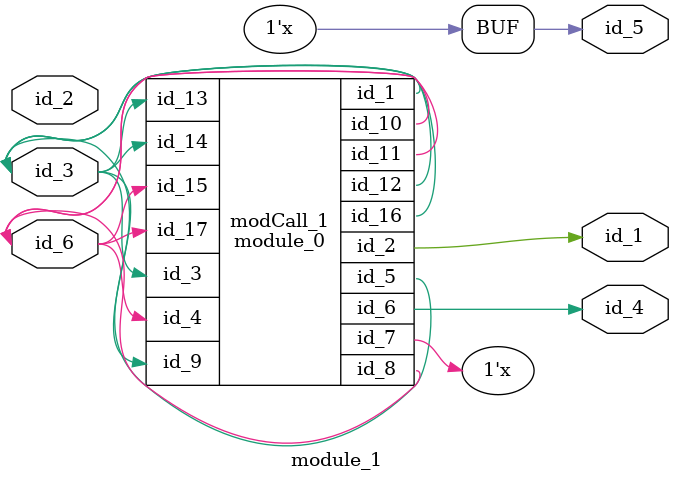
<source format=v>
module module_0 (
    id_1,
    id_2,
    id_3,
    id_4,
    id_5,
    id_6,
    id_7,
    id_8,
    id_9,
    id_10,
    id_11,
    id_12,
    id_13,
    id_14,
    id_15,
    id_16,
    id_17
);
  input wire id_17;
  inout wire id_16;
  input wire id_15;
  input wire id_14;
  input wire id_13;
  inout wire id_12;
  inout wire id_11;
  inout wire id_10;
  input wire id_9;
  inout wire id_8;
  output wire id_7;
  output wire id_6;
  inout wire id_5;
  input wire id_4;
  input wire id_3;
  output wire id_2;
  output wire id_1;
  wire id_18;
  assign id_5 = 1 >= "";
  assign id_8 = id_11 - 1'b0;
endmodule
module module_1 (
    id_1,
    id_2,
    id_3,
    id_4,
    id_5,
    id_6
);
  inout wire id_6;
  output wire id_5;
  output wire id_4;
  inout wire id_3;
  inout wire id_2;
  output wire id_1;
  assign id_5 = id_2[1];
  module_0 modCall_1 (
      id_3,
      id_1,
      id_3,
      id_6,
      id_3,
      id_4,
      id_5,
      id_6,
      id_3,
      id_6,
      id_6,
      id_3,
      id_3,
      id_3,
      id_6,
      id_3,
      id_6
  );
endmodule

</source>
